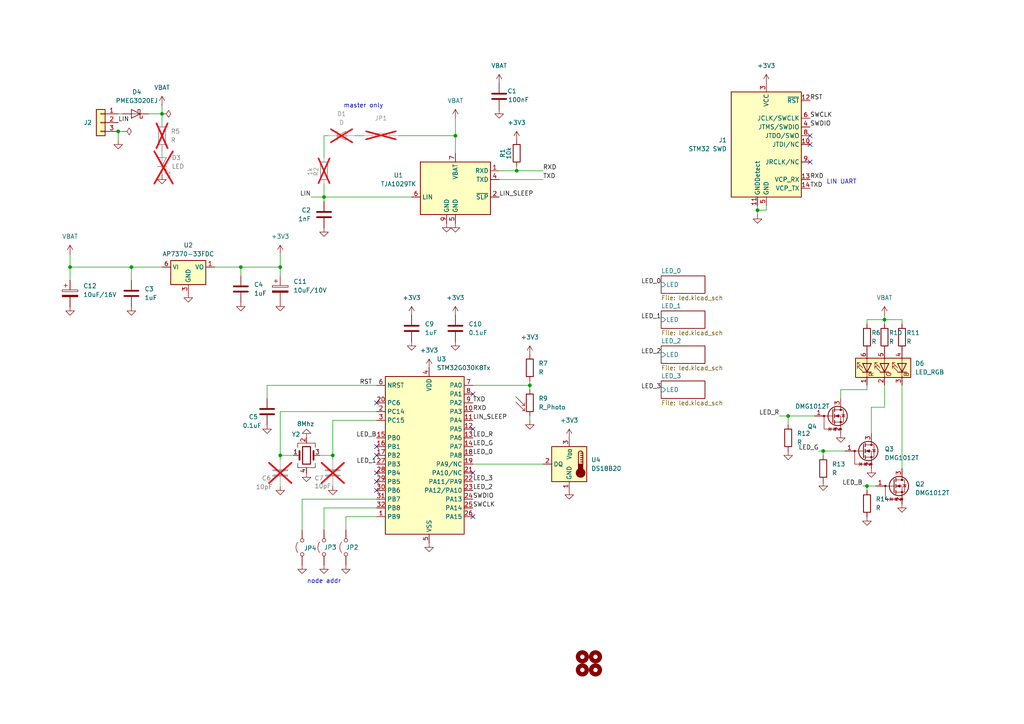
<source format=kicad_sch>
(kicad_sch (version 20231120) (generator "eeschema") (generator_version "8.0")
  (paper "A4")
  (title_block (title "LIN eval") (rev "v1"))
  (lib_symbols
    (symbol "Connector:Conn_ST_STDC14"
      (property "Reference" "J" (at -8.89 16.51 0))
      (property "Value" "Conn_ST_STDC14" (at 17.78 16.51 0))
      (symbol "Conn_ST_STDC14_1_1"
        (pin no_connect line (at -10.16 5.08 0) (length 2.54) hide (name "NC") (number "1"))
        (pin output line (at 12.7 0 180) (length 2.54) (name "JTDI/NC") (number "10"))
        (pin passive line (at -2.54 -17.78 90) (length 2.54) (name "GNDDetect") (number "11"))
        (pin open_collector line (at 12.7 12.7 180) (length 2.54) (name "~{RST}") (number "12"))
        (pin output line (at 12.7 -10.16 180) (length 2.54) (name "VCP_RX") (number "13"))
        (pin input line (at 12.7 -12.7 180) (length 2.54) (name "VCP_TX") (number "14"))
        (pin no_connect line (at -10.16 2.54 0) (length 2.54) hide (name "NC") (number "2"))
        (pin power_in line (at 0 17.78 270) (length 2.54) (name "VCC") (number "3"))
        (pin bidirectional line (at 12.7 5.08 180) (length 2.54) (name "JTMS/SWDIO") (number "4"))
        (pin power_in line (at 0 -17.78 90) (length 2.54) (name "GND") (number "5"))
        (pin output line (at 12.7 7.62 180) (length 2.54) (name "JCLK/SWCLK") (number "6"))
        (pin passive line (at 0 -17.78 90) (length 2.54) hide (name "GND") (number "7"))
        (pin input line (at 12.7 2.54 180) (length 2.54) (name "JTDO/SWO") (number "8"))
        (pin input line (at 12.7 -5.08 180) (length 2.54) (name "JRCLK/NC") (number "9"))
      )
    )
    (symbol "Connector_Generic:Conn_01x03" (pin_names (offset 1.016) hide)
      (property "Reference" "J" (at 0 5.08 0))
      (property "Value" "Conn_01x03" (at 0 -5.08 0))
      (symbol "Conn_01x03_1_1"
        (pin passive line (at -5.08 2.54 0) (length 3.81) (name "Pin_1") (number "1"))
        (pin passive line (at -5.08 0 0) (length 3.81) (name "Pin_2") (number "2"))
        (pin passive line (at -5.08 -2.54 0) (length 3.81) (name "Pin_3") (number "3"))
      )
    )
    (symbol "Device:C" (pin_numbers hide) (pin_names (offset 0.254))
      (property "Reference" "C" (at 0.635 2.54 0))
      (property "Value" "C" (at 0.635 -2.54 0))
      (symbol "C_1_1"
        (pin passive line (at 0 3.81 270) (length 2.794) (name "~") (number "1"))
        (pin passive line (at 0 -3.81 90) (length 2.794) (name "~") (number "2"))
      )
    )
    (symbol "Device:C_Polarized" (pin_numbers hide) (pin_names (offset 0.254))
      (property "Reference" "C" (at 0.635 2.54 0))
      (property "Value" "C_Polarized" (at 0.635 -2.54 0))
      (symbol "C_Polarized_1_1"
        (pin passive line (at 0 3.81 270) (length 2.794) (name "~") (number "1"))
        (pin passive line (at 0 -3.81 90) (length 2.794) (name "~") (number "2"))
      )
    )
    (symbol "Device:Crystal_GND24" (pin_names (offset 1.016) hide)
      (property "Reference" "Y" (at 3.175 5.08 0))
      (property "Value" "Crystal_GND24" (at 3.175 3.175 0))
      (symbol "Crystal_GND24_1_1"
        (pin passive line (at -3.81 0 0) (length 1.27) (name "1") (number "1"))
        (pin passive line (at 0 5.08 270) (length 1.27) (name "2") (number "2"))
        (pin passive line (at 3.81 0 180) (length 1.27) (name "3") (number "3"))
        (pin passive line (at 0 -5.08 90) (length 1.27) (name "4") (number "4"))
      )
    )
    (symbol "Device:D" (pin_numbers hide) (pin_names (offset 1.016) hide)
      (property "Reference" "D" (at 0 2.54 0))
      (property "Value" "D" (at 0 -2.54 0))
      (symbol "D_1_1"
        (pin passive line (at -3.81 0 0) (length 2.54) (name "K") (number "1"))
        (pin passive line (at 3.81 0 180) (length 2.54) (name "A") (number "2"))
      )
    )
    (symbol "Device:LED" (pin_numbers hide) (pin_names (offset 1.016) hide)
      (property "Reference" "D" (at 0 2.54 0))
      (property "Value" "LED" (at 0 -2.54 0))
      (symbol "LED_1_1"
        (pin passive line (at -3.81 0 0) (length 2.54) (name "K") (number "1"))
        (pin passive line (at 3.81 0 180) (length 2.54) (name "A") (number "2"))
      )
    )
    (symbol "Device:LED_RGB" (pin_names (offset 0) hide)
      (property "Reference" "D" (at 0 9.398 0))
      (property "Value" "LED_RGB" (at 0 -8.89 0))
      (symbol "LED_RGB_0_0"
        (text "B" (at -1.905 -6.35 0) (effects (font (size 1.27 1.27))))
        (text "G" (at -1.905 -1.27 0) (effects (font (size 1.27 1.27))))
        (text "R" (at -1.905 3.81 0) (effects (font (size 1.27 1.27))))
      )
      (symbol "LED_RGB_1_1"
        (pin passive line (at -5.08 5.08 0) (length 2.54) (name "RK") (number "1"))
        (pin passive line (at -5.08 0 0) (length 2.54) (name "GK") (number "2"))
        (pin passive line (at -5.08 -5.08 0) (length 2.54) (name "BK") (number "3"))
        (pin passive line (at 5.08 -5.08 180) (length 2.54) (name "BA") (number "4"))
        (pin passive line (at 5.08 0 180) (length 2.54) (name "GA") (number "5"))
        (pin passive line (at 5.08 5.08 180) (length 2.54) (name "RA") (number "6"))
      )
    )
    (symbol "Device:R" (pin_numbers hide) (pin_names (offset 0))
      (property "Reference" "R" (at 2.032 0 90))
      (property "Value" "R" (at 0 0 90))
      (symbol "R_1_1"
        (pin passive line (at 0 3.81 270) (length 1.27) (name "~") (number "1"))
        (pin passive line (at 0 -3.81 90) (length 1.27) (name "~") (number "2"))
      )
    )
    (symbol "Device:R_Photo" (pin_numbers hide) (pin_names (offset 0))
      (property "Reference" "R" (at 1.27 1.27 0))
      (property "Value" "R_Photo" (at 1.27 0 0))
      (symbol "R_Photo_1_1"
        (pin passive line (at 0 3.81 270) (length 1.27) (name "~") (number "1"))
        (pin passive line (at 0 -3.81 90) (length 1.27) (name "~") (number "2"))
      )
    )
    (symbol "Diode:PMEG3020EJ" (pin_numbers hide) (pin_names hide)
      (property "Reference" "D" (at 0 2.54 0))
      (property "Value" "PMEG3020EJ" (at 0 -2.54 0))
      (symbol "PMEG3020EJ_1_1"
        (pin passive line (at -3.81 0 0) (length 2.54) (name "K") (number "1"))
        (pin passive line (at 3.81 0 180) (length 2.54) (name "A") (number "2"))
      )
    )
    (symbol "Interface_CAN_LIN:TJA1029TK"
      (property "Reference" "U" (at -10.16 8.89 0))
      (property "Value" "TJA1029TK" (at 1.27 8.89 0))
      (symbol "TJA1029TK_1_1"
        (pin open_collector line (at -12.7 5.08 0) (length 2.54) (name "RXD") (number "1"))
        (pin input line (at -12.7 -2.54 0) (length 2.54) (name "~{SLP}") (number "2"))
        (pin no_connect line (at -10.16 -5.08 0) (length 2.54) hide (name "NC") (number "3"))
        (pin input line (at -12.7 2.54 0) (length 2.54) (name "TXD") (number "4"))
        (pin power_in line (at 0 -10.16 90) (length 2.54) (name "GND") (number "5"))
        (pin bidirectional line (at 12.7 -2.54 180) (length 2.54) (name "LIN") (number "6"))
        (pin power_in line (at 0 10.16 270) (length 2.54) (name "VBAT") (number "7"))
        (pin no_connect line (at 10.16 2.54 180) (length 2.54) hide (name "NC") (number "8"))
        (pin power_in line (at 2.54 -10.16 90) (length 2.54) (name "GND") (number "9"))
      )
    )
    (symbol "Jumper:Jumper_2_Bridged" (pin_numbers hide) (pin_names (offset 0) hide) (exclude_from_sim yes)
      (property "Reference" "JP" (at 0 1.905 0))
      (property "Value" "Jumper_2_Bridged" (at 0 -2.54 0))
      (symbol "Jumper_2_Bridged_1_1"
        (pin passive line (at -5.08 0 0) (length 2.54) (name "A") (number "1"))
        (pin passive line (at 5.08 0 180) (length 2.54) (name "B") (number "2"))
      )
    )
    (symbol "Jumper:Jumper_2_Open" (pin_numbers hide) (pin_names (offset 0) hide) (exclude_from_sim yes)
      (property "Reference" "JP" (at 0 2.794 0))
      (property "Value" "Jumper_2_Open" (at 0 -2.286 0))
      (symbol "Jumper_2_Open_1_1"
        (pin passive line (at -5.08 0 0) (length 2.54) (name "A") (number "1"))
        (pin passive line (at 5.08 0 180) (length 2.54) (name "B") (number "2"))
      )
    )
    (symbol "MCU_ST_STM32G0:STM32G030K8Tx"
      (property "Reference" "U" (at -10.16 24.13 0))
      (property "Value" "STM32G030K8Tx" (at 5.08 24.13 0))
      (symbol "STM32G030K8Tx_1_1"
        (pin bidirectional line (at -12.7 -17.78 0) (length 2.54) (name "PB9") (number "1"))
        (pin bidirectional line (at 15.24 12.7 180) (length 2.54) (name "PA3") (number "10"))
        (pin bidirectional line (at 15.24 10.16 180) (length 2.54) (name "PA4") (number "11"))
        (pin bidirectional line (at 15.24 7.62 180) (length 2.54) (name "PA5") (number "12"))
        (pin bidirectional line (at 15.24 5.08 180) (length 2.54) (name "PA6") (number "13"))
        (pin bidirectional line (at 15.24 2.54 180) (length 2.54) (name "PA7") (number "14"))
        (pin bidirectional line (at -12.7 5.08 0) (length 2.54) (name "PB0") (number "15"))
        (pin bidirectional line (at -12.7 2.54 0) (length 2.54) (name "PB1") (number "16"))
        (pin bidirectional line (at -12.7 0 0) (length 2.54) (name "PB2") (number "17"))
        (pin bidirectional line (at 15.24 0 180) (length 2.54) (name "PA8") (number "18"))
        (pin bidirectional line (at 15.24 -2.54 180) (length 2.54) (name "PA9/NC") (number "19"))
        (pin bidirectional line (at -12.7 12.7 0) (length 2.54) (name "PC14") (number "2"))
        (pin bidirectional line (at -12.7 15.24 0) (length 2.54) (name "PC6") (number "20"))
        (pin bidirectional line (at 15.24 -5.08 180) (length 2.54) (name "PA10/NC") (number "21"))
        (pin bidirectional line (at 15.24 -7.62 180) (length 2.54) (name "PA11/PA9") (number "22"))
        (pin bidirectional line (at 15.24 -10.16 180) (length 2.54) (name "PA12/PA10") (number "23"))
        (pin bidirectional line (at 15.24 -12.7 180) (length 2.54) (name "PA13") (number "24"))
        (pin bidirectional line (at 15.24 -15.24 180) (length 2.54) (name "PA14") (number "25"))
        (pin bidirectional line (at 15.24 -17.78 180) (length 2.54) (name "PA15") (number "26"))
        (pin bidirectional line (at -12.7 -2.54 0) (length 2.54) (name "PB3") (number "27"))
        (pin bidirectional line (at -12.7 -5.08 0) (length 2.54) (name "PB4") (number "28"))
        (pin bidirectional line (at -12.7 -7.62 0) (length 2.54) (name "PB5") (number "29"))
        (pin bidirectional line (at -12.7 10.16 0) (length 2.54) (name "PC15") (number "3"))
        (pin bidirectional line (at -12.7 -10.16 0) (length 2.54) (name "PB6") (number "30"))
        (pin bidirectional line (at -12.7 -12.7 0) (length 2.54) (name "PB7") (number "31"))
        (pin bidirectional line (at -12.7 -15.24 0) (length 2.54) (name "PB8") (number "32"))
        (pin power_in line (at 2.54 25.4 270) (length 2.54) (name "VDD") (number "4"))
        (pin power_in line (at 2.54 -25.4 90) (length 2.54) (name "VSS") (number "5"))
        (pin input line (at -12.7 20.32 0) (length 2.54) (name "NRST") (number "6"))
        (pin bidirectional line (at 15.24 20.32 180) (length 2.54) (name "PA0") (number "7"))
        (pin bidirectional line (at 15.24 17.78 180) (length 2.54) (name "PA1") (number "8"))
        (pin bidirectional line (at 15.24 15.24 180) (length 2.54) (name "PA2") (number "9"))
      )
    )
    (symbol "Mechanical:MountingHole" (pin_names (offset 1.016)) (exclude_from_sim yes) (in_bom no)
      (property "Reference" "H" (at 0 5.08 0))
      (property "Value" "MountingHole" (at 0 3.175 0))
    )
    (symbol "Regulator_Linear:AP7370-33FDC"
      (property "Reference" "U" (at -3.81 3.175 0))
      (property "Value" "AP7370-33FDC" (at 0 3.175 0))
      (symbol "AP7370-33FDC_1_1"
        (pin power_out line (at 7.62 0 180) (length 2.54) (name "VO") (number "1"))
        (pin no_connect line (at -5.08 -2.54 0) (length 2.54) hide (name "NC") (number "2"))
        (pin power_in line (at 0 -7.62 90) (length 2.54) (name "GND") (number "3"))
        (pin no_connect line (at 5.08 -2.54 180) (length 2.54) hide (name "NC") (number "4"))
        (pin no_connect line (at -5.08 -5.08 0) (length 2.54) hide (name "NC") (number "5"))
        (pin power_in line (at -7.62 0 0) (length 2.54) (name "VI") (number "6"))
        (pin passive line (at 0 -7.62 90) (length 2.54) hide (name "GND") (number "7"))
      )
    )
    (symbol "Sensor_Temperature:DS18B20"
      (property "Reference" "U" (at -3.81 6.35 0))
      (property "Value" "DS18B20" (at 6.35 6.35 0))
      (symbol "DS18B20_1_1"
        (pin power_in line (at 0 -7.62 90) (length 2.54) (name "GND") (number "1"))
        (pin bidirectional line (at 7.62 0 180) (length 2.54) (name "DQ") (number "2"))
        (pin power_in line (at 0 7.62 270) (length 2.54) (name "V_{DD}") (number "3"))
      )
    )
    (symbol "Transistor_FET:DMG1012T" (pin_names (offset 0) hide)
      (property "Reference" "Q" (at 5.08 1.905 0))
      (property "Value" "DMG1012T" (at 5.08 0 0))
      (symbol "DMG1012T_1_1"
        (pin input line (at -5.08 0 0) (length 2.54) (name "G") (number "1"))
        (pin passive line (at 2.54 -5.08 90) (length 2.54) (name "S") (number "2"))
        (pin passive line (at 2.54 5.08 270) (length 2.54) (name "D") (number "3"))
      )
    )
    (symbol "power:+12V" (power) (pin_numbers hide) (pin_names (offset 0) hide)
      (property "Value" "+12V" (at 0 3.556 0))
      (symbol "+12V_1_1"
        (pin power_in line (at 0 0 90) (length 0) (name "~") (number "1"))
      )
    )
    (symbol "power:+3V3" (power) (pin_numbers hide) (pin_names (offset 0) hide)
      (property "Value" "+3V3" (at 0 3.556 0))
      (symbol "+3V3_1_1"
        (pin power_in line (at 0 0 90) (length 0) (name "~") (number "1"))
      )
    )
    (symbol "power:GND" (power) (pin_numbers hide) (pin_names (offset 0) hide)
      (property "Value" "GND" (at 0 -3.81 0))
      (symbol "GND_1_1"
        (pin power_in line (at 0 0 270) (length 0) (name "~") (number "1"))
      )
    )
    (symbol "power:PWR_FLAG" (power) (pin_numbers hide) (pin_names (offset 0) hide)
      (property "Value" "PWR_FLAG" (at 0 3.81 0))
      (symbol "PWR_FLAG_0_0"
        (pin power_out line (at 0 0 90) (length 0) (name "~") (number "1"))
      )
    )
  )
  (junction (at 238.76 130.81))
  (junction (at 153.67 111.76))
  (junction (at 93.98 57.15))
  (junction (at 251.46 140.97))
  (junction (at 34.29 38.1))
  (junction (at 219.71 60.96))
  (junction (at 149.86 49.53))
  (junction (at 96.52 132.08))
  (junction (at 20.32 77.47))
  (junction (at 81.28 132.08))
  (junction (at 81.28 77.47))
  (junction (at 38.1 77.47))
  (junction (at 228.6 120.65))
  (junction (at 69.85 77.47))
  (junction (at 46.99 33.02))
  (junction (at 256.54 92.71))
  (junction (at 132.08 39.37))
  (no_connect (at 109.22 129.54))
  (no_connect (at 109.22 116.84))
  (no_connect (at 109.22 142.24))
  (no_connect (at 234.95 46.99))
  (no_connect (at 109.22 137.16))
  (no_connect (at 137.16 114.3))
  (no_connect (at 234.95 39.37))
  (no_connect (at 234.95 41.91))
  (no_connect (at 109.22 139.7))
  (no_connect (at 137.16 149.86))
  (no_connect (at 109.22 132.08))
  (no_connect (at 137.16 124.46))
  (no_connect (at 137.16 137.16))
  (wire (pts (xy 96.52 133.35) (xy 96.52 132.08)))
  (wire (pts (xy 219.71 59.69) (xy 219.71 60.96)))
  (wire (pts (xy 153.67 113.03) (xy 153.67 111.76)))
  (wire (pts (xy 250.19 140.97) (xy 251.46 140.97)))
  (wire (pts (xy 251.46 93.98) (xy 251.46 92.71)))
  (wire (pts (xy 245.11 130.81) (xy 238.76 130.81)))
  (wire (pts (xy 132.08 39.37) (xy 115.57 39.37)))
  (wire (pts (xy 35.56 38.1) (xy 34.29 38.1)))
  (wire (pts (xy 96.52 132.08) (xy 92.71 132.08)))
  (wire (pts (xy 256.54 91.44) (xy 256.54 92.71)))
  (wire (pts (xy 81.28 132.08) (xy 81.28 133.35)))
  (wire (pts (xy 109.22 149.86) (xy 100.33 149.86)))
  (wire (pts (xy 238.76 130.81) (xy 238.76 132.08)))
  (wire (pts (xy 81.28 73.66) (xy 81.28 77.47)))
  (wire (pts (xy 243.84 113.03) (xy 243.84 115.57)))
  (wire (pts (xy 38.1 77.47) (xy 46.99 77.47)))
  (wire (pts (xy 34.29 40.64) (xy 34.29 38.1)))
  (wire (pts (xy 96.52 121.92) (xy 96.52 132.08)))
  (wire (pts (xy 256.54 118.11) (xy 252.73 118.11)))
  (wire (pts (xy 105.41 39.37) (xy 102.87 39.37)))
  (wire (pts (xy 93.98 39.37) (xy 93.98 45.72)))
  (wire (pts (xy 93.98 53.34) (xy 93.98 57.15)))
  (wire (pts (xy 153.67 111.76) (xy 137.16 111.76)))
  (wire (pts (xy 261.62 111.76) (xy 261.62 135.89)))
  (wire (pts (xy 222.25 59.69) (xy 222.25 60.96)))
  (wire (pts (xy 87.63 144.78) (xy 109.22 144.78)))
  (wire (pts (xy 46.99 33.02) (xy 43.18 33.02)))
  (wire (pts (xy 46.99 33.02) (xy 46.99 35.56)))
  (wire (pts (xy 81.28 119.38) (xy 109.22 119.38)))
  (wire (pts (xy 46.99 30.48) (xy 46.99 33.02)))
  (wire (pts (xy 251.46 140.97) (xy 251.46 142.24)))
  (wire (pts (xy 81.28 119.38) (xy 81.28 132.08)))
  (wire (pts (xy 119.38 57.15) (xy 93.98 57.15)))
  (wire (pts (xy 90.17 57.15) (xy 93.98 57.15)))
  (wire (pts (xy 77.47 111.76) (xy 77.47 115.57)))
  (wire (pts (xy 226.06 120.65) (xy 228.6 120.65)))
  (wire (pts (xy 256.54 111.76) (xy 256.54 118.11)))
  (wire (pts (xy 20.32 81.28) (xy 20.32 77.47)))
  (wire (pts (xy 157.48 52.07) (xy 144.78 52.07)))
  (wire (pts (xy 251.46 92.71) (xy 256.54 92.71)))
  (wire (pts (xy 81.28 80.01) (xy 81.28 77.47)))
  (wire (pts (xy 149.86 48.26) (xy 149.86 49.53)))
  (wire (pts (xy 85.09 132.08) (xy 81.28 132.08)))
  (wire (pts (xy 20.32 77.47) (xy 38.1 77.47)))
  (wire (pts (xy 81.28 77.47) (xy 69.85 77.47)))
  (wire (pts (xy 252.73 118.11) (xy 252.73 125.73)))
  (wire (pts (xy 228.6 120.65) (xy 228.6 123.19)))
  (wire (pts (xy 261.62 92.71) (xy 256.54 92.71)))
  (wire (pts (xy 256.54 92.71) (xy 256.54 93.98)))
  (wire (pts (xy 100.33 149.86) (xy 100.33 153.67)))
  (wire (pts (xy 237.49 130.81) (xy 238.76 130.81)))
  (wire (pts (xy 236.22 120.65) (xy 228.6 120.65)))
  (wire (pts (xy 132.08 34.29) (xy 132.08 39.37)))
  (wire (pts (xy 38.1 81.28) (xy 38.1 77.47)))
  (wire (pts (xy 93.98 58.42) (xy 93.98 57.15)))
  (wire (pts (xy 149.86 49.53) (xy 144.78 49.53)))
  (wire (pts (xy 153.67 110.49) (xy 153.67 111.76)))
  (wire (pts (xy 219.71 60.96) (xy 219.71 62.23)))
  (wire (pts (xy 69.85 77.47) (xy 69.85 80.01)))
  (wire (pts (xy 93.98 153.67) (xy 93.98 147.32)))
  (wire (pts (xy 251.46 113.03) (xy 243.84 113.03)))
  (wire (pts (xy 261.62 93.98) (xy 261.62 92.71)))
  (wire (pts (xy 137.16 134.62) (xy 157.48 134.62)))
  (wire (pts (xy 251.46 111.76) (xy 251.46 113.03)))
  (wire (pts (xy 222.25 60.96) (xy 219.71 60.96)))
  (wire (pts (xy 109.22 111.76) (xy 77.47 111.76)))
  (wire (pts (xy 20.32 73.66) (xy 20.32 77.47)))
  (wire (pts (xy 35.56 33.02) (xy 34.29 33.02)))
  (wire (pts (xy 87.63 153.67) (xy 87.63 144.78)))
  (wire (pts (xy 62.23 77.47) (xy 69.85 77.47)))
  (wire (pts (xy 109.22 121.92) (xy 96.52 121.92)))
  (wire (pts (xy 254 140.97) (xy 251.46 140.97)))
  (wire (pts (xy 157.48 49.53) (xy 149.86 49.53)))
  (wire (pts (xy 132.08 39.37) (xy 132.08 44.45)))
  (wire (pts (xy 95.25 39.37) (xy 93.98 39.37)))
  (wire (pts (xy 93.98 147.32) (xy 109.22 147.32)))
  (wire (pts (xy 153.67 121.92) (xy 153.67 120.65)))
  (text "master only" (at 105.41 30.734 0) (effects (font (size 1.27 1.27))))
  (text "node addr\n" (at 93.98 168.656 0) (effects (font (size 1.27 1.27))))
  (text "LIN UART" (at 244.094 52.832 0) (effects (font (size 1.27 1.27))))
  (label "LED_3" (at 137.16 139.7 0))
  (label "LED_0" (at 191.77 82.55 180))
  (label "RXD" (at 234.95 52.07 0))
  (label "SWDIO" (at 234.95 36.83 0))
  (label "LED_G" (at 137.16 129.54 0))
  (label "LED_1" (at 191.77 92.71 180))
  (label "LED_2" (at 137.16 142.24 0))
  (label "LED_G" (at 237.49 130.81 180))
  (label "TXD" (at 157.48 52.07 0))
  (label "LED_B" (at 250.19 140.97 180))
  (label "LED_0" (at 137.16 132.08 0))
  (label "RST" (at 107.95 111.76 180))
  (label "SWCLK" (at 137.16 147.32 0))
  (label "RXD" (at 137.16 119.38 0))
  (label "LIN_SLEEP" (at 144.78 57.15 0))
  (label "LED_B" (at 109.22 127 180))
  (label "RST" (at 234.95 29.21 0))
  (label "LIN" (at 90.17 57.15 180))
  (label "LED_3" (at 191.77 113.03 180))
  (label "LED_1" (at 109.22 134.62 180))
  (label "LIN_SLEEP" (at 137.16 121.92 0))
  (label "RXD" (at 157.48 49.53 0))
  (label "LIN" (at 34.29 35.56 0))
  (label "LED_R" (at 137.16 127 0))
  (label "SWDIO" (at 137.16 144.78 0))
  (label "SWCLK" (at 234.95 34.29 0))
  (label "LED_R" (at 226.06 120.65 180))
  (label "LED_2" (at 191.77 102.87 180))
  (label "TXD" (at 234.95 54.61 0))
  (label "TXD" (at 137.16 116.84 0))
  (symbol (lib_id "Device:C") (at 93.98 62.23 0) (unit 1)
    (property "Reference" "C2" (at 90.17 60.9599 0) (effects (justify right)))
    (property "Value" "1nF" (at 90.17 63.4999 0) (effects (justify right)))
    (property "Footprint" "Capacitor_SMD:C_0805_2012Metric_Pad1.18x1.45mm_HandSolder" (effects (hide yes)))
    (property "Description" "Unpolarized capacitor" (effects (hide yes)))
  )
  (symbol (lib_id "Device:C") (at 96.52 137.16 0) (unit 1) (dnp yes)
    (property "Reference" "C7" (at 91.186 138.684 0) (effects (justify left)))
    (property "Value" "10pF" (at 91.186 140.97 0) (effects (justify left)))
    (property "Footprint" "Capacitor_SMD:C_0805_2012Metric_Pad1.18x1.45mm_HandSolder" (effects (hide yes)))
    (property "Description" "Unpolarized capacitor" (effects (hide yes)))
  )
  (symbol (lib_id "Device:R") (at 261.62 97.79 0) (unit 1)
    (property "Reference" "R11" (at 262.89 96.52 0) (effects (justify left)))
    (property "Value" "R" (at 262.89 99.06 0) (effects (justify left)))
    (property "Footprint" "Resistor_SMD:R_0805_2012Metric_Pad1.20x1.40mm_HandSolder" (effects (hide yes)))
    (property "Description" "Resistor" (effects (hide yes)))
  )
  (symbol (lib_id "power:GND") (at 100.33 163.83 0) (unit 1)
    (property "Reference" "#PWR04" (effects (hide yes)))
    (property "Value" "GND" (effects (hide yes)))
    (property "Description" "Power symbol creates a global label with name \"GND\" , ground" (effects (hide yes)))
  )
  (symbol (lib_id "power:GND") (at 238.76 139.7 0) (mirror y) (unit 1)
    (property "Reference" "#PWR044" (effects (hide yes)))
    (property "Value" "GND" (effects (hide yes)))
    (property "Description" "Power symbol creates a global label with name \"GND\" , ground" (effects (hide yes)))
  )
  (symbol (lib_id "power:GND") (at 81.28 87.63 0) (unit 1)
    (property "Reference" "#PWR057" (effects (hide yes)))
    (property "Value" "GND" (effects (hide yes)))
    (property "Description" "Power symbol creates a global label with name \"GND\" , ground" (effects (hide yes)))
  )
  (symbol (lib_id "Device:C") (at 144.78 27.94 0) (mirror y) (unit 1)
    (property "Reference" "C1" (at 149.86 26.416 0) (effects (justify left)))
    (property "Value" "100nF" (at 153.416 28.956 0) (effects (justify left)))
    (property "Footprint" "Capacitor_SMD:C_0805_2012Metric_Pad1.18x1.45mm_HandSolder" (effects (hide yes)))
    (property "Description" "Unpolarized capacitor" (effects (hide yes)))
  )
  (symbol (lib_id "Device:C") (at 38.1 85.09 0) (unit 1)
    (property "Reference" "C3" (at 41.91 83.8199 0) (effects (justify left)))
    (property "Value" "1uF" (at 41.91 86.3599 0) (effects (justify left)))
    (property "Footprint" "Capacitor_SMD:C_0805_2012Metric_Pad1.18x1.45mm_HandSolder" (effects (hide yes)))
    (property "Description" "Unpolarized capacitor" (effects (hide yes)))
  )
  (symbol (lib_id "Mechanical:MountingHole") (at 172.72 190.5 0) (unit 1) (exclude_from_sim yes) (in_bom no)
    (property "Reference" "H2" (effects (hide yes)))
    (property "Value" "MountingHole" (effects (hide yes)))
    (property "Footprint" "MountingHole:MountingHole_2.2mm_M2" (effects (hide yes)))
    (property "Description" "Mounting Hole without connection" (effects (hide yes)))
  )
  (symbol (lib_id "Device:R") (at 251.46 97.79 0) (unit 1)
    (property "Reference" "R6" (at 252.73 96.52 0) (effects (justify left)))
    (property "Value" "R" (at 252.73 99.06 0) (effects (justify left)))
    (property "Footprint" "Resistor_SMD:R_0805_2012Metric_Pad1.20x1.40mm_HandSolder" (effects (hide yes)))
    (property "Description" "Resistor" (effects (hide yes)))
  )
  (symbol (lib_id "power:+3V3") (at 165.1 127 0) (unit 1)
    (property "Reference" "#PWR025" (effects (hide yes)))
    (property "Value" "+3V3" (at 165.1 121.92 0))
    (property "Description" "Power symbol creates a global label with name \"+3V3\"" (effects (hide yes)))
  )
  (symbol (lib_id "Sensor_Temperature:DS18B20") (at 165.1 134.62 0) (mirror y) (unit 1)
    (property "Reference" "U4" (at 171.45 133.3499 0) (effects (justify right)))
    (property "Value" "DS18B20" (at 171.45 135.8899 0) (effects (justify right)))
    (property "Footprint" "Package_TO_SOT_THT:TO-92_Inline" (effects (hide yes)))
    (property "Datasheet" "http://datasheets.maximintegrated.com/en/ds/DS18B20.pdf" (effects (hide yes)))
    (property "Description" "Programmable Resolution 1-Wire Digital Thermometer TO-92" (effects (hide yes)))
  )
  (symbol (lib_id "power:PWR_FLAG") (at 46.99 33.02 270) (unit 1)
    (property "Reference" "#FLG01" (effects (hide yes)))
    (property "Value" "PWR_FLAG" (effects (hide yes)))
    (property "Description" "Special symbol for telling ERC where power comes from" (effects (hide yes)))
  )
  (symbol (lib_id "power:GND") (at 69.85 87.63 0) (mirror y) (unit 1)
    (property "Reference" "#PWR017" (effects (hide yes)))
    (property "Value" "GND" (effects (hide yes)))
    (property "Description" "Power symbol creates a global label with name \"GND\" , ground" (effects (hide yes)))
  )
  (symbol (lib_id "Device:R") (at 46.99 39.37 0) (unit 1) (dnp yes)
    (property "Reference" "R5" (at 49.53 38.0999 0) (effects (justify left)))
    (property "Value" "R" (at 49.53 40.6399 0) (effects (justify left)))
    (property "Footprint" "Resistor_SMD:R_0805_2012Metric_Pad1.20x1.40mm_HandSolder" (effects (hide yes)))
    (property "Description" "Resistor" (effects (hide yes)))
  )
  (symbol (lib_id "power:+3V3") (at 124.46 106.68 0) (unit 1)
    (property "Reference" "#PWR019" (effects (hide yes)))
    (property "Value" "+3V3" (at 124.46 101.6 0))
    (property "Description" "Power symbol creates a global label with name \"+3V3\"" (effects (hide yes)))
  )
  (symbol (lib_id "power:GND") (at 252.73 135.89 0) (mirror y) (unit 1)
    (property "Reference" "#PWR041" (effects (hide yes)))
    (property "Value" "GND" (effects (hide yes)))
    (property "Description" "Power symbol creates a global label with name \"GND\" , ground" (effects (hide yes)))
  )
  (symbol (lib_id "Device:C") (at 132.08 95.25 0) (unit 1)
    (property "Reference" "C10" (at 135.89 93.9799 0) (effects (justify left)))
    (property "Value" "0.1uF" (at 135.89 96.5199 0) (effects (justify left)))
    (property "Footprint" "Capacitor_SMD:C_0805_2012Metric_Pad1.18x1.45mm_HandSolder" (effects (hide yes)))
    (property "Description" "Unpolarized capacitor" (effects (hide yes)))
  )
  (symbol (lib_id "Device:R") (at 228.6 127 0) (unit 1)
    (property "Reference" "R12" (at 231.14 125.7299 0) (effects (justify left)))
    (property "Value" "R" (at 231.14 128.2699 0) (effects (justify left)))
    (property "Footprint" "Resistor_SMD:R_0805_2012Metric_Pad1.20x1.40mm_HandSolder" (effects (hide yes)))
    (property "Description" "Resistor" (effects (hide yes)))
  )
  (symbol (lib_id "power:GND") (at 87.63 163.83 0) (unit 1)
    (property "Reference" "#PWR039" (effects (hide yes)))
    (property "Value" "GND" (effects (hide yes)))
    (property "Description" "Power symbol creates a global label with name \"GND\" , ground" (effects (hide yes)))
  )
  (symbol (lib_id "power:GND") (at 38.1 88.9 0) (mirror y) (unit 1)
    (property "Reference" "#PWR014" (effects (hide yes)))
    (property "Value" "GND" (effects (hide yes)))
    (property "Description" "Power symbol creates a global label with name \"GND\" , ground" (effects (hide yes)))
  )
  (symbol (lib_id "power:GND") (at 77.47 123.19 0) (unit 1)
    (property "Reference" "#PWR020" (effects (hide yes)))
    (property "Value" "GND" (effects (hide yes)))
    (property "Description" "Power symbol creates a global label with name \"GND\" , ground" (effects (hide yes)))
  )
  (symbol (lib_id "Device:C") (at 119.38 95.25 0) (unit 1)
    (property "Reference" "C9" (at 123.19 93.9799 0) (effects (justify left)))
    (property "Value" "1uF" (at 123.19 96.5199 0) (effects (justify left)))
    (property "Footprint" "Capacitor_SMD:C_0805_2012Metric_Pad1.18x1.45mm_HandSolder" (effects (hide yes)))
    (property "Description" "Unpolarized capacitor" (effects (hide yes)))
  )
  (symbol (lib_id "Diode:PMEG3020EJ") (at 39.37 33.02 180) (unit 1)
    (property "Reference" "D4" (at 39.6875 26.67 0))
    (property "Value" "PMEG3020EJ" (at 39.6875 29.21 0))
    (property "Footprint" "Diode_SMD:D_SOD-323F" (effects (hide yes)))
    (property "Datasheet" "https://assets.nexperia.com/documents/data-sheet/PMEG3020EH_EJ.pdf" (effects (hide yes)))
    (property "Description" "30V, 2A ultra low Vf MEGA Schottky barrier rectifier, SOD-323F" (effects (hide yes)))
  )
  (symbol (lib_id "Device:R") (at 256.54 97.79 0) (unit 1)
    (property "Reference" "R10" (at 257.81 96.52 0) (effects (justify left)))
    (property "Value" "R" (at 257.81 99.06 0) (effects (justify left)))
    (property "Footprint" "Resistor_SMD:R_0805_2012Metric_Pad1.20x1.40mm_HandSolder" (effects (hide yes)))
    (property "Description" "Resistor" (effects (hide yes)))
  )
  (symbol (lib_id "Transistor_FET:DMG1012T") (at 259.08 140.97 0) (unit 1)
    (property "Reference" "Q2" (at 265.43 140.3984 0) (effects (justify left)))
    (property "Value" "DMG1012T" (at 265.43 142.9384 0) (effects (justify left)))
    (property "Footprint" "Package_TO_SOT_SMD:SOT-523" (effects (hide yes)))
    (property "Datasheet" "https://www.diodes.com/assets/Datasheets/ds31783.pdf" (effects (hide yes)))
    (property "Description" "20V Vds, 0.63 Id, N-Channel MOSFET with ESD protection, SOT-523" (effects (hide yes)))
  )
  (symbol (lib_id "power:+3V3") (at 119.38 91.44 0) (unit 1)
    (property "Reference" "#PWR034" (effects (hide yes)))
    (property "Value" "+3V3" (at 119.38 86.36 0))
    (property "Description" "Power symbol creates a global label with name \"+3V3\"" (effects (hide yes)))
  )
  (symbol (lib_id "Device:C") (at 77.47 119.38 0) (unit 1)
    (property "Reference" "C5" (at 72.136 120.904 0) (effects (justify left)))
    (property "Value" "0.1uF" (at 70.358 123.444 0) (effects (justify left)))
    (property "Footprint" "Capacitor_SMD:C_0805_2012Metric_Pad1.18x1.45mm_HandSolder" (effects (hide yes)))
    (property "Description" "Unpolarized capacitor" (effects (hide yes)))
  )
  (symbol (lib_id "power:GND") (at 93.98 66.04 0) (unit 1)
    (property "Reference" "#PWR010" (effects (hide yes)))
    (property "Value" "GND" (effects (hide yes)))
    (property "Description" "Power symbol creates a global label with name \"GND\" , ground" (effects (hide yes)))
  )
  (symbol (lib_id "Mechanical:MountingHole") (at 168.91 190.5 0) (unit 1) (exclude_from_sim yes) (in_bom no)
    (property "Reference" "H1" (effects (hide yes)))
    (property "Value" "MountingHole" (effects (hide yes)))
    (property "Footprint" "MountingHole:MountingHole_2.2mm_M2" (effects (hide yes)))
    (property "Description" "Mounting Hole without connection" (effects (hide yes)))
  )
  (symbol (lib_id "power:+3V3") (at 153.67 102.87 0) (unit 1)
    (property "Reference" "#PWR029" (effects (hide yes)))
    (property "Value" "+3V3" (at 153.67 97.79 0))
    (property "Description" "Power symbol creates a global label with name \"+3V3\"" (effects (hide yes)))
  )
  (symbol (lib_id "Jumper:Jumper_2_Bridged") (at 110.49 39.37 0) (mirror y) (unit 1) (exclude_from_sim yes) (dnp yes)
    (property "Reference" "JP1" (at 110.49 34.29 0))
    (property "Value" "Jumper_2_Bridged" (effects (hide yes)))
    (property "Footprint" "TestPoint:TestPoint_2Pads_Pitch2.54mm_Drill0.8mm" (effects (hide yes)))
    (property "Description" "Jumper, 2-pole, closed/bridged" (effects (hide yes)))
  )
  (symbol (lib_id "Jumper:Jumper_2_Open") (at 100.33 158.75 90) (unit 1) (exclude_from_sim yes)
    (property "Reference" "JP2" (at 100.33 158.75 90) (effects (justify right)))
    (property "Value" "Jumper_2_Open" (effects (hide yes)))
    (property "Footprint" "TestPoint:TestPoint_2Pads_Pitch2.54mm_Drill0.8mm" (effects (hide yes)))
    (property "Description" "Jumper, 2-pole, open" (effects (hide yes)))
  )
  (symbol (lib_id "Device:R") (at 149.86 44.45 180) (unit 1)
    (property "Reference" "R1" (at 145.796 44.45 90))
    (property "Value" "10k" (at 147.574 44.45 90))
    (property "Footprint" "Resistor_SMD:R_0805_2012Metric_Pad1.20x1.40mm_HandSolder" (effects (hide yes)))
    (property "Description" "Resistor" (effects (hide yes)))
  )
  (symbol (lib_id "power:+12V") (at 132.08 34.29 0) (unit 1)
    (property "Reference" "#PWR05" (effects (hide yes)))
    (property "Value" "VBAT" (at 132.08 29.21 0))
    (property "Description" "Power symbol creates a global label with name \"+12V\"" (effects (hide yes)))
  )
  (symbol (lib_id "power:GND") (at 132.08 64.77 0) (unit 1)
    (property "Reference" "#PWR06" (effects (hide yes)))
    (property "Value" "GND" (effects (hide yes)))
    (property "Description" "Power symbol creates a global label with name \"GND\" , ground" (effects (hide yes)))
  )
  (symbol (lib_id "Interface_CAN_LIN:TJA1029TK") (at 132.08 54.61 0) (mirror y) (unit 1)
    (property "Reference" "U1" (at 115.57 50.8314 0))
    (property "Value" "TJA1029TK" (at 115.57 53.3714 0))
    (property "Footprint" "Package_DFN_QFN:DFN-8-1EP_3x3mm_P0.65mm_EP1.55x2.4mm" (effects (hide yes)))
    (property "Datasheet" "http://www.nxp.com/docs/en/data-sheet/TJA1029.pdf" (effects (hide yes)))
    (property "Description" "LIN 2.2A/SAE J2602 transceiver with TXD dominant timeout, DFN-8" (effects (hide yes)))
    (property "manf#" "TJA1029TK,118" (effects (hide yes)))
  )
  (symbol (lib_id "Device:LED_RGB") (at 256.54 106.68 90) (unit 1)
    (property "Reference" "D6" (at 265.43 105.4099 90) (effects (justify right)))
    (property "Value" "LED_RGB" (at 265.43 107.9499 90) (effects (justify right)))
    (property "Footprint" "LED_SMD:LED_RGB_5050-6" (effects (hide yes)))
    (property "Description" "RGB LED, 6 pin package" (effects (hide yes)))
  )
  (symbol (lib_id "power:GND") (at 243.84 125.73 0) (mirror y) (unit 1)
    (property "Reference" "#PWR040" (effects (hide yes)))
    (property "Value" "GND" (effects (hide yes)))
    (property "Description" "Power symbol creates a global label with name \"GND\" , ground" (effects (hide yes)))
  )
  (symbol (lib_id "Device:C") (at 69.85 83.82 0) (unit 1)
    (property "Reference" "C4" (at 73.66 82.5499 0) (effects (justify left)))
    (property "Value" "1uF" (at 73.66 85.0899 0) (effects (justify left)))
    (property "Footprint" "Capacitor_SMD:C_0805_2012Metric_Pad1.18x1.45mm_HandSolder" (effects (hide yes)))
    (property "Description" "Unpolarized capacitor" (effects (hide yes)))
  )
  (symbol (lib_id "power:GND") (at 88.9 127 180) (unit 1)
    (property "Reference" "#PWR055" (effects (hide yes)))
    (property "Value" "GND" (effects (hide yes)))
    (property "Description" "Power symbol creates a global label with name \"GND\" , ground" (effects (hide yes)))
  )
  (symbol (lib_id "Device:C_Polarized") (at 81.28 83.82 0) (unit 1)
    (property "Reference" "C11" (at 85.09 81.6609 0) (effects (justify left)))
    (property "Value" "10uF/10V" (at 85.09 84.2009 0) (effects (justify left)))
    (property "Footprint" "Capacitor_Tantalum_SMD:CP_EIA-2012-12_Kemet-R_Pad1.30x1.05mm_HandSolder" (effects (hide yes)))
    (property "Description" "Polarized capacitor" (effects (hide yes)))
    (property "manf#" "TMCP1A106KTRF" (effects (hide yes)))
  )
  (symbol (lib_id "power:GND") (at 129.54 64.77 0) (unit 1)
    (property "Reference" "#PWR07" (effects (hide yes)))
    (property "Value" "GND" (effects (hide yes)))
    (property "Description" "Power symbol creates a global label with name \"GND\" , ground" (effects (hide yes)))
  )
  (symbol (lib_id "MCU_ST_STM32G0:STM32G030K8Tx") (at 121.92 132.08 0) (unit 1)
    (property "Reference" "U3" (at 126.6541 104.14 0) (effects (justify left)))
    (property "Value" "STM32G030K8Tx" (at 126.6541 106.68 0) (effects (justify left)))
    (property "Footprint" "Package_QFP:LQFP-32_7x7mm_P0.8mm" (effects (hide yes)))
    (property "Datasheet" "https://www.st.com/resource/en/datasheet/stm32g030k8.pdf" (effects (hide yes)))
    (property "Description" "STMicroelectronics Arm Cortex-M0+ MCU, 64KB flash, 8KB RAM, 64 MHz, 2.0-3.6V, 29 GPIO, LQFP32" (effects (hide yes)))
    (property "manf#" "STM32G030K8T6" (effects (hide yes)))
  )
  (symbol (lib_id "power:+12V") (at 46.99 30.48 0) (unit 1)
    (property "Reference" "#PWR011" (effects (hide yes)))
    (property "Value" "VBAT" (at 46.99 25.4 0))
    (property "Description" "Power symbol creates a global label with name \"+12V\"" (effects (hide yes)))
  )
  (symbol (lib_id "Connector:Conn_ST_STDC14") (at 222.25 41.91 0) (unit 1)
    (property "Reference" "J1" (at 210.82 40.6399 0) (effects (justify right)))
    (property "Value" "STM32 SWD" (at 210.82 43.1799 0) (effects (justify right)))
    (property "Footprint" "Connector_PinHeader_1.27mm:PinHeader_2x07_P1.27mm_Vertical_SMD" (effects (hide yes)))
    (property "Datasheet" "https://www.st.com/content/ccc/resource/technical/document/user_manual/group1/99/49/91/b6/b2/3a/46/e5/DM00526767/files/DM00526767.pdf/jcr:content/translations/en.DM00526767.pdf" (effects (hide yes)))
    (property "Description" "ST Debug Connector, standard ARM Cortex-M SWD and JTAG interface plus UART" (effects (hide yes)))
    (property "manf#" "FTSH-107-01-L-DV-K-A-P-TR" (effects (hide yes)))
  )
  (symbol (lib_id "power:+3V3") (at 222.25 24.13 0) (unit 1)
    (property "Reference" "#PWR02" (effects (hide yes)))
    (property "Value" "+3V3" (at 222.25 19.05 0))
    (property "Description" "Power symbol creates a global label with name \"+3V3\"" (effects (hide yes)))
  )
  (symbol (lib_id "Device:R") (at 238.76 135.89 0) (unit 1)
    (property "Reference" "R13" (at 241.3 134.6199 0) (effects (justify left)))
    (property "Value" "R" (at 241.3 137.1599 0) (effects (justify left)))
    (property "Footprint" "Resistor_SMD:R_0805_2012Metric_Pad1.20x1.40mm_HandSolder" (effects (hide yes)))
    (property "Description" "Resistor" (effects (hide yes)))
  )
  (symbol (lib_id "power:GND") (at 165.1 142.24 0) (mirror y) (unit 1)
    (property "Reference" "#PWR024" (effects (hide yes)))
    (property "Value" "GND" (effects (hide yes)))
    (property "Description" "Power symbol creates a global label with name \"GND\" , ground" (effects (hide yes)))
  )
  (symbol (lib_id "Device:C_Polarized") (at 20.32 85.09 0) (unit 1)
    (property "Reference" "C12" (at 24.13 82.9309 0) (effects (justify left)))
    (property "Value" "10uF/16V" (at 24.13 85.4709 0) (effects (justify left)))
    (property "Footprint" "Capacitor_Tantalum_SMD:CP_EIA-3528-15_AVX-H_Pad1.50x2.35mm_HandSolder" (effects (hide yes)))
    (property "Description" "Polarized capacitor" (effects (hide yes)))
    (property "manf#" "TAJB106K016RNJ" (effects (hide yes)))
  )
  (symbol (lib_id "Mechanical:MountingHole") (at 168.91 194.31 0) (unit 1) (exclude_from_sim yes) (in_bom no)
    (property "Reference" "H3" (effects (hide yes)))
    (property "Value" "MountingHole" (effects (hide yes)))
    (property "Footprint" "MountingHole:MountingHole_2.2mm_M2" (effects (hide yes)))
    (property "Description" "Mounting Hole without connection" (effects (hide yes)))
  )
  (symbol (lib_id "power:GND") (at 261.62 146.05 0) (mirror y) (unit 1)
    (property "Reference" "#PWR026" (effects (hide yes)))
    (property "Value" "GND" (effects (hide yes)))
    (property "Description" "Power symbol creates a global label with name \"GND\" , ground" (effects (hide yes)))
  )
  (symbol (lib_id "power:GND") (at 81.28 140.97 0) (unit 1)
    (property "Reference" "#PWR030" (effects (hide yes)))
    (property "Value" "GND" (effects (hide yes)))
    (property "Description" "Power symbol creates a global label with name \"GND\" , ground" (effects (hide yes)))
  )
  (symbol (lib_id "Jumper:Jumper_2_Open") (at 87.63 158.75 90) (unit 1) (exclude_from_sim yes)
    (property "Reference" "JP4" (at 88.138 159.004 90) (effects (justify right)))
    (property "Value" "Jumper_2_Open" (effects (hide yes)))
    (property "Footprint" "TestPoint:TestPoint_2Pads_Pitch2.54mm_Drill0.8mm" (effects (hide yes)))
    (property "Description" "Jumper, 2-pole, open" (effects (hide yes)))
  )
  (symbol (lib_id "power:GND") (at 251.46 149.86 0) (mirror y) (unit 1)
    (property "Reference" "#PWR045" (effects (hide yes)))
    (property "Value" "GND" (effects (hide yes)))
    (property "Description" "Power symbol creates a global label with name \"GND\" , ground" (effects (hide yes)))
  )
  (symbol (lib_id "Transistor_FET:DMG1012T") (at 241.3 120.65 0) (unit 1)
    (property "Reference" "Q4" (at 234.188 123.698 0) (effects (justify left)))
    (property "Value" "DMG1012T" (at 230.632 117.856 0) (effects (justify left)))
    (property "Footprint" "Package_TO_SOT_SMD:SOT-523" (effects (hide yes)))
    (property "Datasheet" "https://www.diodes.com/assets/Datasheets/ds31783.pdf" (effects (hide yes)))
    (property "Description" "20V Vds, 0.63 Id, N-Channel MOSFET with ESD protection, SOT-523" (effects (hide yes)))
  )
  (symbol (lib_id "Connector_Generic:Conn_01x03") (at 29.21 35.56 0) (mirror y) (unit 1)
    (property "Reference" "J2" (at 26.67 35.56 0) (effects (justify left)))
    (property "Value" "Conn_01x03" (effects (hide yes)))
    (property "Footprint" "Connector_PinHeader_2.54mm:PinHeader_1x03_P2.54mm_Vertical" (effects (hide yes)))
    (property "Description" "Generic connector, single row, 01x03, script generated (kicad-library-utils/schlib/autogen/connector/)" (effects (hide yes)))
  )
  (symbol (lib_id "Device:R") (at 251.46 146.05 0) (unit 1)
    (property "Reference" "R14" (at 254 144.7799 0) (effects (justify left)))
    (property "Value" "R" (at 254 147.3199 0) (effects (justify left)))
    (property "Footprint" "Resistor_SMD:R_0805_2012Metric_Pad1.20x1.40mm_HandSolder" (effects (hide yes)))
    (property "Description" "Resistor" (effects (hide yes)))
  )
  (symbol (lib_id "power:GND") (at 34.29 40.64 0) (unit 1)
    (property "Reference" "#PWR012" (effects (hide yes)))
    (property "Value" "GND" (effects (hide yes)))
    (property "Description" "Power symbol creates a global label with name \"GND\" , ground" (effects (hide yes)))
  )
  (symbol (lib_id "Transistor_FET:DMG1012T") (at 250.19 130.81 0) (unit 1)
    (property "Reference" "Q3" (at 256.54 130.2384 0) (effects (justify left)))
    (property "Value" "DMG1012T" (at 256.54 132.7784 0) (effects (justify left)))
    (property "Footprint" "Package_TO_SOT_SMD:SOT-523" (effects (hide yes)))
    (property "Datasheet" "https://www.diodes.com/assets/Datasheets/ds31783.pdf" (effects (hide yes)))
    (property "Description" "20V Vds, 0.63 Id, N-Channel MOSFET with ESD protection, SOT-523" (effects (hide yes)))
  )
  (symbol (lib_id "power:GND") (at 228.6 130.81 0) (mirror y) (unit 1)
    (property "Reference" "#PWR042" (effects (hide yes)))
    (property "Value" "GND" (effects (hide yes)))
    (property "Description" "Power symbol creates a global label with name \"GND\" , ground" (effects (hide yes)))
  )
  (symbol (lib_id "power:GND") (at 219.71 62.23 0) (unit 1)
    (property "Reference" "#PWR01" (effects (hide yes)))
    (property "Value" "GND" (effects (hide yes)))
    (property "Description" "Power symbol creates a global label with name \"GND\" , ground" (effects (hide yes)))
  )
  (symbol (lib_id "power:GND") (at 119.38 99.06 0) (unit 1)
    (property "Reference" "#PWR035" (effects (hide yes)))
    (property "Value" "GND" (effects (hide yes)))
    (property "Description" "Power symbol creates a global label with name \"GND\" , ground" (effects (hide yes)))
  )
  (symbol (lib_id "power:GND") (at 153.67 121.92 0) (mirror y) (unit 1)
    (property "Reference" "#PWR028" (effects (hide yes)))
    (property "Value" "GND" (effects (hide yes)))
    (property "Description" "Power symbol creates a global label with name \"GND\" , ground" (effects (hide yes)))
  )
  (symbol (lib_id "Device:R") (at 153.67 106.68 0) (unit 1)
    (property "Reference" "R7" (at 156.21 105.4099 0) (effects (justify left)))
    (property "Value" "R" (at 156.21 107.9499 0) (effects (justify left)))
    (property "Footprint" "Resistor_SMD:R_0805_2012Metric_Pad1.20x1.40mm_HandSolder" (effects (hide yes)))
    (property "Description" "Resistor" (effects (hide yes)))
  )
  (symbol (lib_id "power:GND") (at 144.78 31.75 0) (mirror y) (unit 1)
    (property "Reference" "#PWR09" (effects (hide yes)))
    (property "Value" "GND" (effects (hide yes)))
    (property "Description" "Power symbol creates a global label with name \"GND\" , ground" (effects (hide yes)))
  )
  (symbol (lib_id "power:+12V") (at 256.54 91.44 0) (mirror y) (unit 1)
    (property "Reference" "#PWR043" (effects (hide yes)))
    (property "Value" "VBAT" (at 256.54 86.36 0))
    (property "Description" "Power symbol creates a global label with name \"+12V\"" (effects (hide yes)))
  )
  (symbol (lib_id "power:GND") (at 46.99 50.8 0) (mirror y) (unit 1)
    (property "Reference" "#PWR027" (effects (hide yes)))
    (property "Value" "GND" (effects (hide yes)))
    (property "Description" "Power symbol creates a global label with name \"GND\" , ground" (effects (hide yes)))
  )
  (symbol (lib_id "power:+3V3") (at 149.86 40.64 0) (unit 1)
    (property "Reference" "#PWR03" (effects (hide yes)))
    (property "Value" "+3V3" (at 149.86 35.56 0))
    (property "Description" "Power symbol creates a global label with name \"+3V3\"" (effects (hide yes)))
  )
  (symbol (lib_id "Device:R") (at 93.98 49.53 0) (unit 1) (dnp yes)
    (property "Reference" "R2" (at 91.694 49.784 90))
    (property "Value" "1k" (at 89.916 49.784 90))
    (property "Footprint" "Resistor_SMD:R_0805_2012Metric_Pad1.20x1.40mm_HandSolder" (effects (hide yes)))
    (property "Description" "Resistor" (effects (hide yes)))
  )
  (symbol (lib_id "power:GND") (at 132.08 99.06 0) (unit 1)
    (property "Reference" "#PWR037" (effects (hide yes)))
    (property "Value" "GND" (effects (hide yes)))
    (property "Description" "Power symbol creates a global label with name \"GND\" , ground" (effects (hide yes)))
  )
  (symbol (lib_id "power:GND") (at 93.98 163.83 0) (unit 1)
    (property "Reference" "#PWR038" (effects (hide yes)))
    (property "Value" "GND" (effects (hide yes)))
    (property "Description" "Power symbol creates a global label with name \"GND\" , ground" (effects (hide yes)))
  )
  (symbol (lib_id "power:GND") (at 124.46 157.48 0) (mirror y) (unit 1)
    (property "Reference" "#PWR018" (effects (hide yes)))
    (property "Value" "GND" (effects (hide yes)))
    (property "Description" "Power symbol creates a global label with name \"GND\" , ground" (effects (hide yes)))
  )
  (symbol (lib_id "Device:Crystal_GND24") (at 88.9 132.08 0) (unit 1)
    (property "Reference" "Y2" (at 85.852 125.984 0))
    (property "Value" "8Mhz" (at 88.646 122.936 0))
    (property "Footprint" "Crystal:Crystal_SMD_SeikoEpson_FA128-4Pin_2.0x1.6mm" (effects (hide yes)))
    (property "Description" "Four pin crystal, GND on pins 2 and 4" (effects (hide yes)))
    (property "manf#" "ECS-160-10-37-JTN-TR3" (effects (hide yes)))
  )
  (symbol (lib_id "Mechanical:MountingHole") (at 172.72 194.31 0) (unit 1) (exclude_from_sim yes) (in_bom no)
    (property "Reference" "H4" (effects (hide yes)))
    (property "Value" "MountingHole" (effects (hide yes)))
    (property "Footprint" "MountingHole:MountingHole_2.2mm_M2" (effects (hide yes)))
    (property "Description" "Mounting Hole without connection" (effects (hide yes)))
  )
  (symbol (lib_id "power:GND") (at 54.61 85.09 0) (mirror y) (unit 1)
    (property "Reference" "#PWR015" (effects (hide yes)))
    (property "Value" "GND" (effects (hide yes)))
    (property "Description" "Power symbol creates a global label with name \"GND\" , ground" (effects (hide yes)))
  )
  (symbol (lib_id "power:GND") (at 20.32 88.9 0) (mirror y) (unit 1)
    (property "Reference" "#PWR059" (effects (hide yes)))
    (property "Value" "GND" (effects (hide yes)))
    (property "Description" "Power symbol creates a global label with name \"GND\" , ground" (effects (hide yes)))
  )
  (symbol (lib_id "power:+3V3") (at 81.28 73.66 0) (unit 1)
    (property "Reference" "#PWR016" (effects (hide yes)))
    (property "Value" "+3V3" (at 81.28 68.58 0))
    (property "Description" "Power symbol creates a global label with name \"+3V3\"" (effects (hide yes)))
  )
  (symbol (lib_id "Device:D") (at 99.06 39.37 0) (mirror x) (unit 1) (dnp yes)
    (property "Reference" "D1" (at 99.06 33.02 0))
    (property "Value" "D" (at 99.06 35.56 0))
    (property "Footprint" "Diode_SMD:D_SOD-323_HandSoldering" (effects (hide yes)))
    (property "Description" "Diode" (effects (hide yes)))
    (property "Sim.Device" "D" (effects (hide yes)))
    (property "Sim.Pins" "1=K 2=A" (effects (hide yes)))
    (property "manf#" "BAS321,115" (effects (hide yes)))
  )
  (symbol (lib_id "power:+3V3") (at 132.08 91.44 0) (unit 1)
    (property "Reference" "#PWR036" (effects (hide yes)))
    (property "Value" "+3V3" (at 132.08 86.36 0))
    (property "Description" "Power symbol creates a global label with name \"+3V3\"" (effects (hide yes)))
  )
  (symbol (lib_id "Device:R_Photo") (at 153.67 116.84 0) (unit 1)
    (property "Reference" "R9" (at 156.21 115.5699 0) (effects (justify left)))
    (property "Value" "R_Photo" (at 156.21 118.1099 0) (effects (justify left)))
    (property "Footprint" "OptoDevice:R_LDR_5.0x4.1mm_P3mm_Vertical" (effects (hide yes)))
    (property "Description" "Photoresistor" (effects (hide yes)))
  )
  (symbol (lib_id "Device:LED") (at 46.99 46.99 90) (unit 1) (dnp yes)
    (property "Reference" "D3" (at 49.784 45.72 90) (effects (justify right)))
    (property "Value" "LED" (at 49.784 48.26 90) (effects (justify right)))
    (property "Footprint" "LED_SMD:LED_0805_2012Metric_Pad1.15x1.40mm_HandSolder" (effects (hide yes)))
    (property "Description" "Light emitting diode" (effects (hide yes)))
  )
  (symbol (lib_id "Regulator_Linear:AP7370-33FDC") (at 54.61 77.47 0) (unit 1)
    (property "Reference" "U2" (at 54.61 71.12 0))
    (property "Value" "AP7370-33FDC" (at 54.61 73.66 0))
    (property "Footprint" "Package_DFN_QFN:DFN-6-1EP_2x2mm_P0.65mm_EP1.01x1.7mm" (effects (hide yes)))
    (property "Datasheet" "https://www.diodes.com/assets/Datasheets/AP7370.pdf" (effects (hide yes)))
    (property "Description" "350mA Low-Dropout Linear Regulator, 3.3V fixed output, DFN-6" (effects (hide yes)))
    (property "manf#" "AP7370-33WR-7" (effects (hide yes)))
  )
  (symbol (lib_id "power:+12V") (at 144.78 24.13 0) (unit 1)
    (property "Reference" "#PWR08" (effects (hide yes)))
    (property "Value" "VBAT" (at 144.78 19.05 0))
    (property "Description" "Power symbol creates a global label with name \"+12V\"" (effects (hide yes)))
  )
  (symbol (lib_id "power:+12V") (at 20.32 73.66 0) (mirror y) (unit 1)
    (property "Reference" "#PWR013" (effects (hide yes)))
    (property "Value" "VBAT" (at 20.32 68.58 0))
    (property "Description" "Power symbol creates a global label with name \"+12V\"" (effects (hide yes)))
  )
  (symbol (lib_id "Device:C") (at 81.28 137.16 0) (unit 1) (dnp yes)
    (property "Reference" "C6" (at 75.946 138.684 0) (effects (justify left)))
    (property "Value" "10pF" (at 74.168 141.224 0) (effects (justify left)))
    (property "Footprint" "Capacitor_SMD:C_0805_2012Metric_Pad1.18x1.45mm_HandSolder" (effects (hide yes)))
    (property "Description" "Unpolarized capacitor" (effects (hide yes)))
  )
  (symbol (lib_id "power:GND") (at 88.9 137.16 0) (unit 1)
    (property "Reference" "#PWR056" (effects (hide yes)))
    (property "Value" "GND" (effects (hide yes)))
    (property "Description" "Power symbol creates a global label with name \"GND\" , ground" (effects (hide yes)))
  )
  (symbol (lib_id "Jumper:Jumper_2_Open") (at 93.98 158.75 90) (unit 1) (exclude_from_sim yes)
    (property "Reference" "JP3" (at 93.98 158.75 90) (effects (justify right)))
    (property "Value" "Jumper_2_Open" (effects (hide yes)))
    (property "Footprint" "TestPoint:TestPoint_2Pads_Pitch2.54mm_Drill0.8mm" (effects (hide yes)))
    (property "Description" "Jumper, 2-pole, open" (effects (hide yes)))
  )
  (symbol (lib_id "power:PWR_FLAG") (at 35.56 38.1 270) (unit 1)
    (property "Reference" "#FLG02" (effects (hide yes)))
    (property "Value" "PWR_FLAG" (effects (hide yes)))
    (property "Description" "Special symbol for telling ERC where power comes from" (effects (hide yes)))
  )
  (symbol (lib_id "power:GND") (at 96.52 140.97 0) (unit 1)
    (property "Reference" "#PWR031" (effects (hide yes)))
    (property "Value" "GND" (effects (hide yes)))
    (property "Description" "Power symbol creates a global label with name \"GND\" , ground" (effects (hide yes)))
  )
  (sheet (at 191.77 90.17) (size 12.7 5.08) (stroke (width 0.1524))
    (property "Sheetname" "LED_1" (at 191.77 89.4584 0) (effects (justify left bottom)))
    (property "Sheetfile" "led.kicad_sch" (at 191.77 95.8346 0) (effects (justify left top)))
    (pin "LED" input (at 191.77 92.71 180))
  )
  (sheet (at 191.77 100.33) (size 12.7 5.08) (stroke (width 0.1524))
    (property "Sheetname" "LED_2" (at 191.77 99.6184 0) (effects (justify left bottom)))
    (property "Sheetfile" "led.kicad_sch" (at 191.77 105.9946 0) (effects (justify left top)))
    (pin "LED" input (at 191.77 102.87 180))
  )
  (sheet (at 191.77 80.01) (size 12.7 5.08) (stroke (width 0.1524))
    (property "Sheetname" "LED_0" (at 191.77 79.2984 0) (effects (justify left bottom)))
    (property "Sheetfile" "led.kicad_sch" (at 191.77 85.6746 0) (effects (justify left top)))
    (pin "LED" input (at 191.77 82.55 180))
  )
  (sheet (at 191.77 110.49) (size 12.7 5.08) (stroke (width 0.1524))
    (property "Sheetname" "LED_3" (at 191.77 109.7784 0) (effects (justify left bottom)))
    (property "Sheetfile" "led.kicad_sch" (at 191.77 116.1546 0) (effects (justify left top)))
    (pin "LED" input (at 191.77 113.03 180))
  )
)
</source>
